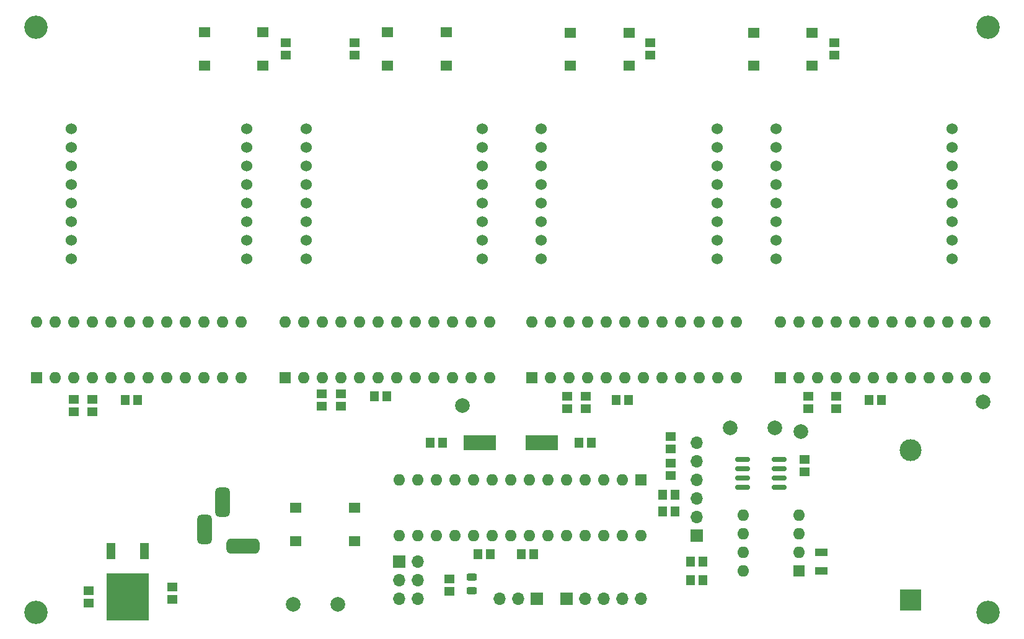
<source format=gbr>
%TF.GenerationSoftware,KiCad,Pcbnew,(6.0.5)*%
%TF.CreationDate,2022-07-24T14:03:03-07:00*%
%TF.ProjectId,CLOCK,434c4f43-4b2e-46b6-9963-61645f706362,rev?*%
%TF.SameCoordinates,PX4c4db10PY8a50b10*%
%TF.FileFunction,Soldermask,Top*%
%TF.FilePolarity,Negative*%
%FSLAX46Y46*%
G04 Gerber Fmt 4.6, Leading zero omitted, Abs format (unit mm)*
G04 Created by KiCad (PCBNEW (6.0.5)) date 2022-07-24 14:03:03*
%MOMM*%
%LPD*%
G01*
G04 APERTURE LIST*
G04 Aperture macros list*
%AMRoundRect*
0 Rectangle with rounded corners*
0 $1 Rounding radius*
0 $2 $3 $4 $5 $6 $7 $8 $9 X,Y pos of 4 corners*
0 Add a 4 corners polygon primitive as box body*
4,1,4,$2,$3,$4,$5,$6,$7,$8,$9,$2,$3,0*
0 Add four circle primitives for the rounded corners*
1,1,$1+$1,$2,$3*
1,1,$1+$1,$4,$5*
1,1,$1+$1,$6,$7*
1,1,$1+$1,$8,$9*
0 Add four rect primitives between the rounded corners*
20,1,$1+$1,$2,$3,$4,$5,0*
20,1,$1+$1,$4,$5,$6,$7,0*
20,1,$1+$1,$6,$7,$8,$9,0*
20,1,$1+$1,$8,$9,$2,$3,0*%
G04 Aperture macros list end*
%ADD10R,1.400000X1.150000*%
%ADD11C,3.200000*%
%ADD12R,1.150000X1.400000*%
%ADD13C,1.524000*%
%ADD14C,2.000000*%
%ADD15R,4.500000X2.000000*%
%ADD16R,1.600000X1.400000*%
%ADD17R,3.000000X3.000000*%
%ADD18C,3.000000*%
%ADD19R,1.600000X1.600000*%
%ADD20O,1.600000X1.600000*%
%ADD21R,1.700000X1.700000*%
%ADD22O,1.700000X1.700000*%
%ADD23R,1.800000X1.000000*%
%ADD24RoundRect,0.150000X-0.825000X-0.150000X0.825000X-0.150000X0.825000X0.150000X-0.825000X0.150000X0*%
%ADD25R,1.200000X2.200000*%
%ADD26R,5.800000X6.400000*%
%ADD27RoundRect,0.243750X0.456250X-0.243750X0.456250X0.243750X-0.456250X0.243750X-0.456250X-0.243750X0*%
%ADD28RoundRect,0.500000X-1.750000X-0.500000X1.750000X-0.500000X1.750000X0.500000X-1.750000X0.500000X0*%
%ADD29RoundRect,0.500000X0.500000X-1.500000X0.500000X1.500000X-0.500000X1.500000X-0.500000X-1.500000X0*%
G04 APERTURE END LIST*
D10*
%TO.C,C9*%
X12192000Y7962000D03*
X12192000Y6262000D03*
%TD*%
D11*
%TO.C,H4*%
X134990000Y5034000D03*
%TD*%
D12*
%TO.C,R6*%
X17184000Y34034000D03*
X18884000Y34034000D03*
%TD*%
D13*
%TO.C,D2*%
X41890000Y71120000D03*
X41890000Y68580000D03*
X41890000Y66040000D03*
X41890000Y63500000D03*
X41890000Y60960000D03*
X41890000Y58420000D03*
X41890000Y55880000D03*
X41890000Y53340000D03*
X65890000Y53340000D03*
X65890000Y55880000D03*
X65890000Y58420000D03*
X65890000Y60960000D03*
X65890000Y63500000D03*
X65890000Y66040000D03*
X65890000Y68580000D03*
X65890000Y71120000D03*
%TD*%
D14*
%TO.C,GND*%
X46228000Y6096000D03*
%TD*%
D15*
%TO.C,Y1*%
X65600000Y28194000D03*
X74100000Y28194000D03*
%TD*%
D10*
%TO.C,R14*%
X48514000Y81184000D03*
X48514000Y82884000D03*
%TD*%
D16*
%TO.C,UP*%
X60990000Y79792000D03*
X52990000Y79792000D03*
X60990000Y84292000D03*
X52990000Y84292000D03*
%TD*%
D12*
%TO.C,C5*%
X60540000Y28194000D03*
X58840000Y28194000D03*
%TD*%
D10*
%TO.C,C12*%
X77490000Y32844000D03*
X77490000Y34544000D03*
%TD*%
D17*
%TO.C,BT1*%
X124460017Y6674314D03*
D18*
X124460017Y27164314D03*
%TD*%
D14*
%TO.C,DATA*%
X99822000Y30226000D03*
%TD*%
D10*
%TO.C,C13*%
X80030000Y34544000D03*
X80030000Y32844000D03*
%TD*%
D13*
%TO.C,D3*%
X73990000Y71120000D03*
X73990000Y68580000D03*
X73990000Y66040000D03*
X73990000Y63500000D03*
X73990000Y60960000D03*
X73990000Y58420000D03*
X73990000Y55880000D03*
X73990000Y53340000D03*
X97990000Y53340000D03*
X97990000Y55880000D03*
X97990000Y58420000D03*
X97990000Y60960000D03*
X97990000Y63500000D03*
X97990000Y66040000D03*
X97990000Y68580000D03*
X97990000Y71120000D03*
%TD*%
D10*
%TO.C,C7*%
X12695000Y34124000D03*
X12695000Y32424000D03*
%TD*%
D14*
%TO.C,CLK*%
X63246000Y33274000D03*
%TD*%
D19*
%TO.C,U6*%
X109210000Y10678000D03*
D20*
X109210000Y13218000D03*
X109210000Y15758000D03*
X109210000Y18298000D03*
X101590000Y18298000D03*
X101590000Y15758000D03*
X101590000Y13218000D03*
X101590000Y10678000D03*
%TD*%
D14*
%TO.C,SDA*%
X109474000Y29718000D03*
%TD*%
D21*
%TO.C,J2*%
X77470000Y6858000D03*
D22*
X80010000Y6858000D03*
X82550000Y6858000D03*
X85090000Y6858000D03*
X87630000Y6858000D03*
%TD*%
D19*
%TO.C,U5*%
X72690000Y37094000D03*
D20*
X75230000Y37094000D03*
X77770000Y37094000D03*
X80310000Y37094000D03*
X82850000Y37094000D03*
X85390000Y37094000D03*
X87930000Y37094000D03*
X90470000Y37094000D03*
X93010000Y37094000D03*
X95550000Y37094000D03*
X98090000Y37094000D03*
X100630000Y37094000D03*
X100630000Y44714000D03*
X98090000Y44714000D03*
X95550000Y44714000D03*
X93010000Y44714000D03*
X90470000Y44714000D03*
X87930000Y44714000D03*
X85390000Y44714000D03*
X82850000Y44714000D03*
X80310000Y44714000D03*
X77770000Y44714000D03*
X75230000Y44714000D03*
X72690000Y44714000D03*
%TD*%
D21*
%TO.C,J5*%
X54610000Y11923000D03*
D22*
X57150000Y11923000D03*
X54610000Y9383000D03*
X57150000Y9383000D03*
X54610000Y6843000D03*
X57150000Y6843000D03*
%TD*%
D10*
%TO.C,C6*%
X10160000Y32424000D03*
X10160000Y34124000D03*
%TD*%
%TO.C,C10*%
X46610000Y33184000D03*
X46610000Y34884000D03*
%TD*%
D23*
%TO.C,Y2*%
X112268000Y13188000D03*
X112268000Y10688000D03*
%TD*%
D10*
%TO.C,R2*%
X91690000Y23684000D03*
X91690000Y25384000D03*
%TD*%
D19*
%TO.C,U7*%
X106675000Y37094000D03*
D20*
X109215000Y37094000D03*
X111755000Y37094000D03*
X114295000Y37094000D03*
X116835000Y37094000D03*
X119375000Y37094000D03*
X121915000Y37094000D03*
X124455000Y37094000D03*
X126995000Y37094000D03*
X129535000Y37094000D03*
X132075000Y37094000D03*
X134615000Y37094000D03*
X134615000Y44714000D03*
X132075000Y44714000D03*
X129535000Y44714000D03*
X126995000Y44714000D03*
X124455000Y44714000D03*
X121915000Y44714000D03*
X119375000Y44714000D03*
X116835000Y44714000D03*
X114295000Y44714000D03*
X111755000Y44714000D03*
X109215000Y44714000D03*
X106675000Y44714000D03*
%TD*%
D12*
%TO.C,R7*%
X52920000Y34544000D03*
X51220000Y34544000D03*
%TD*%
D14*
%TO.C,VCC*%
X40132000Y6096000D03*
%TD*%
D19*
%TO.C,U1*%
X87630000Y23114000D03*
D20*
X85090000Y23114000D03*
X82550000Y23114000D03*
X80010000Y23114000D03*
X77470000Y23114000D03*
X74930000Y23114000D03*
X72390000Y23114000D03*
X69850000Y23114000D03*
X67310000Y23114000D03*
X64770000Y23114000D03*
X62230000Y23114000D03*
X59690000Y23114000D03*
X57150000Y23114000D03*
X54610000Y23114000D03*
X54610000Y15494000D03*
X57150000Y15494000D03*
X59690000Y15494000D03*
X62230000Y15494000D03*
X64770000Y15494000D03*
X67310000Y15494000D03*
X69850000Y15494000D03*
X72390000Y15494000D03*
X74930000Y15494000D03*
X77470000Y15494000D03*
X80010000Y15494000D03*
X82550000Y15494000D03*
X85090000Y15494000D03*
X87630000Y15494000D03*
%TD*%
D24*
%TO.C,U8*%
X101515000Y25939000D03*
X101515000Y24669000D03*
X101515000Y23399000D03*
X101515000Y22129000D03*
X106465000Y22129000D03*
X106465000Y23399000D03*
X106465000Y24669000D03*
X106465000Y25939000D03*
%TD*%
D10*
%TO.C,R9*%
X61468000Y7874000D03*
X61468000Y9574000D03*
%TD*%
D19*
%TO.C,U2*%
X5075000Y37094000D03*
D20*
X7615000Y37094000D03*
X10155000Y37094000D03*
X12695000Y37094000D03*
X15235000Y37094000D03*
X17775000Y37094000D03*
X20315000Y37094000D03*
X22855000Y37094000D03*
X25395000Y37094000D03*
X27935000Y37094000D03*
X30475000Y37094000D03*
X33015000Y37094000D03*
X33015000Y44714000D03*
X30475000Y44714000D03*
X27935000Y44714000D03*
X25395000Y44714000D03*
X22855000Y44714000D03*
X20315000Y44714000D03*
X17775000Y44714000D03*
X15235000Y44714000D03*
X12695000Y44714000D03*
X10155000Y44714000D03*
X7615000Y44714000D03*
X5075000Y44714000D03*
%TD*%
D12*
%TO.C,R8*%
X85940000Y34034000D03*
X84240000Y34034000D03*
%TD*%
D11*
%TO.C,H2*%
X134990000Y85034000D03*
%TD*%
D16*
%TO.C,DOWN*%
X85990000Y79784000D03*
X77990000Y79784000D03*
X85990000Y84284000D03*
X77990000Y84284000D03*
%TD*%
D10*
%TO.C,C14*%
X110490000Y32844000D03*
X110490000Y34544000D03*
%TD*%
D11*
%TO.C,H3*%
X4990000Y5034000D03*
%TD*%
D10*
%TO.C,C11*%
X43990000Y34884000D03*
X43990000Y33184000D03*
%TD*%
%TO.C,R1*%
X91690000Y29044000D03*
X91690000Y27344000D03*
%TD*%
D21*
%TO.C,J1*%
X95250000Y15494000D03*
D22*
X95250000Y18034000D03*
X95250000Y20574000D03*
X95250000Y23114000D03*
X95250000Y25654000D03*
X95250000Y28194000D03*
%TD*%
D12*
%TO.C,R3*%
X94400000Y11938000D03*
X96100000Y11938000D03*
%TD*%
D11*
%TO.C,H1*%
X4990000Y85034000D03*
%TD*%
D14*
%TO.C,SCL*%
X105918000Y30226000D03*
%TD*%
D16*
%TO.C,SELECT*%
X110990000Y79784000D03*
X102990000Y79784000D03*
X110990000Y84284000D03*
X102990000Y84284000D03*
%TD*%
D25*
%TO.C,U3*%
X19806000Y13412000D03*
D26*
X17526000Y7112000D03*
D25*
X15246000Y13412000D03*
%TD*%
D13*
%TO.C,D5*%
X106090000Y71120000D03*
X106090000Y68580000D03*
X106090000Y66040000D03*
X106090000Y63500000D03*
X106090000Y60960000D03*
X106090000Y58420000D03*
X106090000Y55880000D03*
X106090000Y53340000D03*
X130090000Y53340000D03*
X130090000Y55880000D03*
X130090000Y58420000D03*
X130090000Y60960000D03*
X130090000Y63500000D03*
X130090000Y66040000D03*
X130090000Y68580000D03*
X130090000Y71120000D03*
%TD*%
D12*
%TO.C,C2*%
X71240000Y12954000D03*
X72940000Y12954000D03*
%TD*%
D10*
%TO.C,C15*%
X114295000Y34544000D03*
X114295000Y32844000D03*
%TD*%
D12*
%TO.C,R5*%
X94400000Y9398000D03*
X96100000Y9398000D03*
%TD*%
%TO.C,C3*%
X90590000Y21082000D03*
X92290000Y21082000D03*
%TD*%
D10*
%TO.C,R12*%
X114046000Y81184000D03*
X114046000Y82884000D03*
%TD*%
D16*
%TO.C,MODE*%
X35990000Y79792000D03*
X27990000Y79792000D03*
X35990000Y84292000D03*
X27990000Y84292000D03*
%TD*%
D10*
%TO.C,C16*%
X109990000Y25884000D03*
X109990000Y24184000D03*
%TD*%
D12*
%TO.C,R4*%
X90590000Y18796000D03*
X92290000Y18796000D03*
%TD*%
%TO.C,C4*%
X80860000Y28194000D03*
X79160000Y28194000D03*
%TD*%
D14*
%TO.C,LOAD*%
X134366000Y33782000D03*
%TD*%
D27*
%TO.C,D4*%
X64516000Y7952500D03*
X64516000Y9827500D03*
%TD*%
D19*
%TO.C,U4*%
X38990000Y37094000D03*
D20*
X41530000Y37094000D03*
X44070000Y37094000D03*
X46610000Y37094000D03*
X49150000Y37094000D03*
X51690000Y37094000D03*
X54230000Y37094000D03*
X56770000Y37094000D03*
X59310000Y37094000D03*
X61850000Y37094000D03*
X64390000Y37094000D03*
X66930000Y37094000D03*
X66930000Y44714000D03*
X64390000Y44714000D03*
X61850000Y44714000D03*
X59310000Y44714000D03*
X56770000Y44714000D03*
X54230000Y44714000D03*
X51690000Y44714000D03*
X49150000Y44714000D03*
X46610000Y44714000D03*
X44070000Y44714000D03*
X41530000Y44714000D03*
X38990000Y44714000D03*
%TD*%
D12*
%TO.C,R10*%
X120440000Y34034000D03*
X118740000Y34034000D03*
%TD*%
%TO.C,C1*%
X65340000Y12954000D03*
X67040000Y12954000D03*
%TD*%
D21*
%TO.C,J3*%
X73406000Y6858000D03*
D22*
X70866000Y6858000D03*
X68326000Y6858000D03*
%TD*%
D16*
%TO.C,SW1*%
X40450000Y19268000D03*
X48450000Y19268000D03*
X40450000Y14768000D03*
X48450000Y14768000D03*
%TD*%
D10*
%TO.C,C8*%
X23622000Y8470000D03*
X23622000Y6770000D03*
%TD*%
%TO.C,R13*%
X88900000Y81184000D03*
X88900000Y82884000D03*
%TD*%
%TO.C,R11*%
X39116000Y81184000D03*
X39116000Y82884000D03*
%TD*%
D13*
%TO.C,D1*%
X9790000Y71120000D03*
X9790000Y68580000D03*
X9790000Y66040000D03*
X9790000Y63500000D03*
X9790000Y60960000D03*
X9790000Y58420000D03*
X9790000Y55880000D03*
X9790000Y53340000D03*
X33790000Y53340000D03*
X33790000Y55880000D03*
X33790000Y58420000D03*
X33790000Y60960000D03*
X33790000Y63500000D03*
X33790000Y66040000D03*
X33790000Y68580000D03*
X33790000Y71120000D03*
%TD*%
D28*
%TO.C,J4*%
X33274000Y14026000D03*
D29*
X27974000Y16326000D03*
X30474000Y20026000D03*
%TD*%
M02*

</source>
